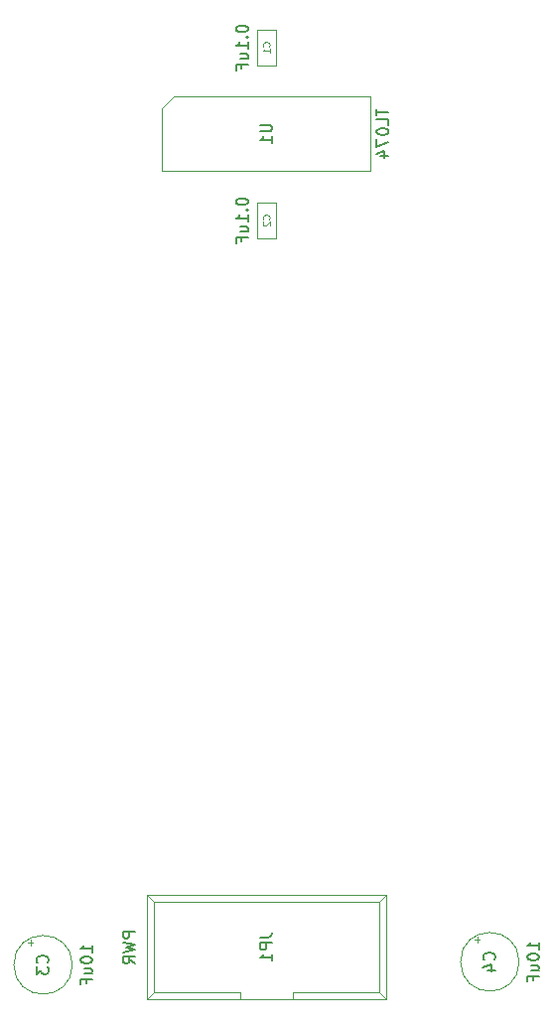
<source format=gbr>
G04 #@! TF.GenerationSoftware,KiCad,Pcbnew,(5.0.1)-4*
G04 #@! TF.CreationDate,2019-03-05T01:40:27-06:00*
G04 #@! TF.ProjectId,mult,6D756C742E6B696361645F7063620000,rev?*
G04 #@! TF.SameCoordinates,Original*
G04 #@! TF.FileFunction,Other,Fab,Bot*
%FSLAX46Y46*%
G04 Gerber Fmt 4.6, Leading zero omitted, Abs format (unit mm)*
G04 Created by KiCad (PCBNEW (5.0.1)-4) date 3/5/2019 1:40:27*
%MOMM*%
%LPD*%
G01*
G04 APERTURE LIST*
%ADD10C,0.100000*%
%ADD11C,0.150000*%
%ADD12C,0.090000*%
G04 APERTURE END LIST*
D10*
G04 #@! TO.C,C1*
X-152064000Y123217000D02*
X-153664000Y123217000D01*
X-153664000Y123217000D02*
X-153664000Y126217000D01*
X-153664000Y126217000D02*
X-152064000Y126217000D01*
X-152064000Y126217000D02*
X-152064000Y123217000D01*
G04 #@! TO.C,C2*
X-152064000Y111485000D02*
X-152064000Y108485000D01*
X-153664000Y111485000D02*
X-152064000Y111485000D01*
X-153664000Y108485000D02*
X-153664000Y111485000D01*
X-152064000Y108485000D02*
X-153664000Y108485000D01*
G04 #@! TO.C,C3*
X-169414000Y46525000D02*
G75*
G03X-169414000Y46525000I-2500000J0D01*
G01*
X-173001500Y48658605D02*
X-173001500Y48158605D01*
X-173251500Y48408605D02*
X-172751500Y48408605D01*
G04 #@! TO.C,C4*
X-135151500Y48662605D02*
X-134651500Y48662605D01*
X-134901500Y48912605D02*
X-134901500Y48412605D01*
X-131314000Y46779000D02*
G75*
G03X-131314000Y46779000I-2500000J0D01*
G01*
G04 #@! TO.C,U1*
X-161754000Y119546000D02*
X-161754000Y114196000D01*
X-161754000Y114196000D02*
X-143974000Y114196000D01*
X-143974000Y114196000D02*
X-143974000Y120546000D01*
X-143974000Y120546000D02*
X-160754000Y120546000D01*
X-160754000Y120546000D02*
X-161754000Y119546000D01*
G04 #@! TO.C,JP1*
X-142684000Y52454000D02*
X-163044000Y52454000D01*
X-143224000Y51904000D02*
X-162484000Y51904000D01*
X-142684000Y43604000D02*
X-163044000Y43604000D01*
X-143224000Y44154000D02*
X-150614000Y44154000D01*
X-155114000Y44154000D02*
X-162484000Y44154000D01*
X-150614000Y44154000D02*
X-150614000Y43604000D01*
X-155114000Y44154000D02*
X-155114000Y43604000D01*
X-142684000Y52454000D02*
X-142684000Y43604000D01*
X-143224000Y51904000D02*
X-143224000Y44154000D01*
X-163044000Y52454000D02*
X-163044000Y43604000D01*
X-162484000Y51904000D02*
X-162484000Y44154000D01*
X-142684000Y52454000D02*
X-143224000Y51904000D01*
X-163044000Y52454000D02*
X-162484000Y51904000D01*
X-142684000Y43604000D02*
X-143224000Y44154000D01*
X-163044000Y43604000D02*
X-162484000Y44154000D01*
G04 #@! TD*
G04 #@! TO.C,C1*
D11*
X-155461619Y126359857D02*
X-155461619Y126264619D01*
X-155414000Y126169380D01*
X-155366380Y126121761D01*
X-155271142Y126074142D01*
X-155080666Y126026523D01*
X-154842571Y126026523D01*
X-154652095Y126074142D01*
X-154556857Y126121761D01*
X-154509238Y126169380D01*
X-154461619Y126264619D01*
X-154461619Y126359857D01*
X-154509238Y126455095D01*
X-154556857Y126502714D01*
X-154652095Y126550333D01*
X-154842571Y126597952D01*
X-155080666Y126597952D01*
X-155271142Y126550333D01*
X-155366380Y126502714D01*
X-155414000Y126455095D01*
X-155461619Y126359857D01*
X-154556857Y125597952D02*
X-154509238Y125550333D01*
X-154461619Y125597952D01*
X-154509238Y125645571D01*
X-154556857Y125597952D01*
X-154461619Y125597952D01*
X-154461619Y124597952D02*
X-154461619Y125169380D01*
X-154461619Y124883666D02*
X-155461619Y124883666D01*
X-155318761Y124978904D01*
X-155223523Y125074142D01*
X-155175904Y125169380D01*
X-155128285Y123740809D02*
X-154461619Y123740809D01*
X-155128285Y124169380D02*
X-154604476Y124169380D01*
X-154509238Y124121761D01*
X-154461619Y124026523D01*
X-154461619Y123883666D01*
X-154509238Y123788428D01*
X-154556857Y123740809D01*
X-154985428Y122931285D02*
X-154985428Y123264619D01*
X-154461619Y123264619D02*
X-155461619Y123264619D01*
X-155461619Y122788428D01*
D12*
X-152649714Y124817000D02*
X-152621142Y124845571D01*
X-152592571Y124931285D01*
X-152592571Y124988428D01*
X-152621142Y125074142D01*
X-152678285Y125131285D01*
X-152735428Y125159857D01*
X-152849714Y125188428D01*
X-152935428Y125188428D01*
X-153049714Y125159857D01*
X-153106857Y125131285D01*
X-153164000Y125074142D01*
X-153192571Y124988428D01*
X-153192571Y124931285D01*
X-153164000Y124845571D01*
X-153135428Y124817000D01*
X-152592571Y124245571D02*
X-152592571Y124588428D01*
X-152592571Y124417000D02*
X-153192571Y124417000D01*
X-153106857Y124474142D01*
X-153049714Y124531285D01*
X-153021142Y124588428D01*
G04 #@! TO.C,C2*
D11*
X-155461619Y111627857D02*
X-155461619Y111532619D01*
X-155414000Y111437380D01*
X-155366380Y111389761D01*
X-155271142Y111342142D01*
X-155080666Y111294523D01*
X-154842571Y111294523D01*
X-154652095Y111342142D01*
X-154556857Y111389761D01*
X-154509238Y111437380D01*
X-154461619Y111532619D01*
X-154461619Y111627857D01*
X-154509238Y111723095D01*
X-154556857Y111770714D01*
X-154652095Y111818333D01*
X-154842571Y111865952D01*
X-155080666Y111865952D01*
X-155271142Y111818333D01*
X-155366380Y111770714D01*
X-155414000Y111723095D01*
X-155461619Y111627857D01*
X-154556857Y110865952D02*
X-154509238Y110818333D01*
X-154461619Y110865952D01*
X-154509238Y110913571D01*
X-154556857Y110865952D01*
X-154461619Y110865952D01*
X-154461619Y109865952D02*
X-154461619Y110437380D01*
X-154461619Y110151666D02*
X-155461619Y110151666D01*
X-155318761Y110246904D01*
X-155223523Y110342142D01*
X-155175904Y110437380D01*
X-155128285Y109008809D02*
X-154461619Y109008809D01*
X-155128285Y109437380D02*
X-154604476Y109437380D01*
X-154509238Y109389761D01*
X-154461619Y109294523D01*
X-154461619Y109151666D01*
X-154509238Y109056428D01*
X-154556857Y109008809D01*
X-154985428Y108199285D02*
X-154985428Y108532619D01*
X-154461619Y108532619D02*
X-155461619Y108532619D01*
X-155461619Y108056428D01*
D12*
X-152649714Y110085000D02*
X-152621142Y110113571D01*
X-152592571Y110199285D01*
X-152592571Y110256428D01*
X-152621142Y110342142D01*
X-152678285Y110399285D01*
X-152735428Y110427857D01*
X-152849714Y110456428D01*
X-152935428Y110456428D01*
X-153049714Y110427857D01*
X-153106857Y110399285D01*
X-153164000Y110342142D01*
X-153192571Y110256428D01*
X-153192571Y110199285D01*
X-153164000Y110113571D01*
X-153135428Y110085000D01*
X-153135428Y109856428D02*
X-153164000Y109827857D01*
X-153192571Y109770714D01*
X-153192571Y109627857D01*
X-153164000Y109570714D01*
X-153135428Y109542142D01*
X-153078285Y109513571D01*
X-153021142Y109513571D01*
X-152935428Y109542142D01*
X-152592571Y109885000D01*
X-152592571Y109513571D01*
G04 #@! TO.C,C3*
D11*
X-167711619Y47596428D02*
X-167711619Y48167857D01*
X-167711619Y47882142D02*
X-168711619Y47882142D01*
X-168568761Y47977380D01*
X-168473523Y48072619D01*
X-168425904Y48167857D01*
X-168711619Y46977380D02*
X-168711619Y46882142D01*
X-168664000Y46786904D01*
X-168616380Y46739285D01*
X-168521142Y46691666D01*
X-168330666Y46644047D01*
X-168092571Y46644047D01*
X-167902095Y46691666D01*
X-167806857Y46739285D01*
X-167759238Y46786904D01*
X-167711619Y46882142D01*
X-167711619Y46977380D01*
X-167759238Y47072619D01*
X-167806857Y47120238D01*
X-167902095Y47167857D01*
X-168092571Y47215476D01*
X-168330666Y47215476D01*
X-168521142Y47167857D01*
X-168616380Y47120238D01*
X-168664000Y47072619D01*
X-168711619Y46977380D01*
X-168378285Y45786904D02*
X-167711619Y45786904D01*
X-168378285Y46215476D02*
X-167854476Y46215476D01*
X-167759238Y46167857D01*
X-167711619Y46072619D01*
X-167711619Y45929761D01*
X-167759238Y45834523D01*
X-167806857Y45786904D01*
X-168235428Y44977380D02*
X-168235428Y45310714D01*
X-167711619Y45310714D02*
X-168711619Y45310714D01*
X-168711619Y44834523D01*
X-171556857Y46691666D02*
X-171509238Y46739285D01*
X-171461619Y46882142D01*
X-171461619Y46977380D01*
X-171509238Y47120238D01*
X-171604476Y47215476D01*
X-171699714Y47263095D01*
X-171890190Y47310714D01*
X-172033047Y47310714D01*
X-172223523Y47263095D01*
X-172318761Y47215476D01*
X-172414000Y47120238D01*
X-172461619Y46977380D01*
X-172461619Y46882142D01*
X-172414000Y46739285D01*
X-172366380Y46691666D01*
X-172461619Y46358333D02*
X-172461619Y45739285D01*
X-172080666Y46072619D01*
X-172080666Y45929761D01*
X-172033047Y45834523D01*
X-171985428Y45786904D01*
X-171890190Y45739285D01*
X-171652095Y45739285D01*
X-171556857Y45786904D01*
X-171509238Y45834523D01*
X-171461619Y45929761D01*
X-171461619Y46215476D01*
X-171509238Y46310714D01*
X-171556857Y46358333D01*
G04 #@! TO.C,C4*
X-129611619Y47850428D02*
X-129611619Y48421857D01*
X-129611619Y48136142D02*
X-130611619Y48136142D01*
X-130468761Y48231380D01*
X-130373523Y48326619D01*
X-130325904Y48421857D01*
X-130611619Y47231380D02*
X-130611619Y47136142D01*
X-130564000Y47040904D01*
X-130516380Y46993285D01*
X-130421142Y46945666D01*
X-130230666Y46898047D01*
X-129992571Y46898047D01*
X-129802095Y46945666D01*
X-129706857Y46993285D01*
X-129659238Y47040904D01*
X-129611619Y47136142D01*
X-129611619Y47231380D01*
X-129659238Y47326619D01*
X-129706857Y47374238D01*
X-129802095Y47421857D01*
X-129992571Y47469476D01*
X-130230666Y47469476D01*
X-130421142Y47421857D01*
X-130516380Y47374238D01*
X-130564000Y47326619D01*
X-130611619Y47231380D01*
X-130278285Y46040904D02*
X-129611619Y46040904D01*
X-130278285Y46469476D02*
X-129754476Y46469476D01*
X-129659238Y46421857D01*
X-129611619Y46326619D01*
X-129611619Y46183761D01*
X-129659238Y46088523D01*
X-129706857Y46040904D01*
X-130135428Y45231380D02*
X-130135428Y45564714D01*
X-129611619Y45564714D02*
X-130611619Y45564714D01*
X-130611619Y45088523D01*
X-133456857Y46945666D02*
X-133409238Y46993285D01*
X-133361619Y47136142D01*
X-133361619Y47231380D01*
X-133409238Y47374238D01*
X-133504476Y47469476D01*
X-133599714Y47517095D01*
X-133790190Y47564714D01*
X-133933047Y47564714D01*
X-134123523Y47517095D01*
X-134218761Y47469476D01*
X-134314000Y47374238D01*
X-134361619Y47231380D01*
X-134361619Y47136142D01*
X-134314000Y46993285D01*
X-134266380Y46945666D01*
X-134028285Y46088523D02*
X-133361619Y46088523D01*
X-134409238Y46326619D02*
X-133694952Y46564714D01*
X-133694952Y45945666D01*
G04 #@! TO.C,U1*
X-143461619Y119490047D02*
X-143461619Y118918619D01*
X-142461619Y119204333D02*
X-143461619Y119204333D01*
X-142461619Y118109095D02*
X-142461619Y118585285D01*
X-143461619Y118585285D01*
X-143461619Y117585285D02*
X-143461619Y117490047D01*
X-143414000Y117394809D01*
X-143366380Y117347190D01*
X-143271142Y117299571D01*
X-143080666Y117251952D01*
X-142842571Y117251952D01*
X-142652095Y117299571D01*
X-142556857Y117347190D01*
X-142509238Y117394809D01*
X-142461619Y117490047D01*
X-142461619Y117585285D01*
X-142509238Y117680523D01*
X-142556857Y117728142D01*
X-142652095Y117775761D01*
X-142842571Y117823380D01*
X-143080666Y117823380D01*
X-143271142Y117775761D01*
X-143366380Y117728142D01*
X-143414000Y117680523D01*
X-143461619Y117585285D01*
X-143461619Y116918619D02*
X-143461619Y116251952D01*
X-142461619Y116680523D01*
X-143128285Y115442428D02*
X-142461619Y115442428D01*
X-143509238Y115680523D02*
X-142794952Y115918619D01*
X-142794952Y115299571D01*
X-153411619Y118132904D02*
X-152602095Y118132904D01*
X-152506857Y118085285D01*
X-152459238Y118037666D01*
X-152411619Y117942428D01*
X-152411619Y117751952D01*
X-152459238Y117656714D01*
X-152506857Y117609095D01*
X-152602095Y117561476D01*
X-153411619Y117561476D01*
X-152411619Y116561476D02*
X-152411619Y117132904D01*
X-152411619Y116847190D02*
X-153411619Y116847190D01*
X-153268761Y116942428D01*
X-153173523Y117037666D01*
X-153125904Y117132904D01*
G04 #@! TO.C,JP1*
X-164095619Y49362333D02*
X-165095619Y49362333D01*
X-165095619Y48981380D01*
X-165048000Y48886142D01*
X-165000380Y48838523D01*
X-164905142Y48790904D01*
X-164762285Y48790904D01*
X-164667047Y48838523D01*
X-164619428Y48886142D01*
X-164571809Y48981380D01*
X-164571809Y49362333D01*
X-165095619Y48457571D02*
X-164095619Y48219476D01*
X-164809904Y48029000D01*
X-164095619Y47838523D01*
X-165095619Y47600428D01*
X-164095619Y46648047D02*
X-164571809Y46981380D01*
X-164095619Y47219476D02*
X-165095619Y47219476D01*
X-165095619Y46838523D01*
X-165048000Y46743285D01*
X-165000380Y46695666D01*
X-164905142Y46648047D01*
X-164762285Y46648047D01*
X-164667047Y46695666D01*
X-164619428Y46743285D01*
X-164571809Y46838523D01*
X-164571809Y47219476D01*
X-153411619Y48862333D02*
X-152697333Y48862333D01*
X-152554476Y48909952D01*
X-152459238Y49005190D01*
X-152411619Y49148047D01*
X-152411619Y49243285D01*
X-152411619Y48386142D02*
X-153411619Y48386142D01*
X-153411619Y48005190D01*
X-153364000Y47909952D01*
X-153316380Y47862333D01*
X-153221142Y47814714D01*
X-153078285Y47814714D01*
X-152983047Y47862333D01*
X-152935428Y47909952D01*
X-152887809Y48005190D01*
X-152887809Y48386142D01*
X-152411619Y46862333D02*
X-152411619Y47433761D01*
X-152411619Y47148047D02*
X-153411619Y47148047D01*
X-153268761Y47243285D01*
X-153173523Y47338523D01*
X-153125904Y47433761D01*
G04 #@! TD*
M02*

</source>
